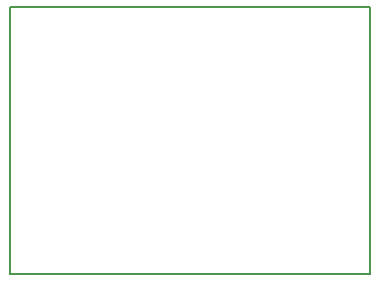
<source format=gko>
%FSAX25Y25*%
%MOIN*%
G70*
G01*
G75*
G04 Layer_Color=16711935*
%ADD10R,0.02362X0.08661*%
%ADD11R,0.03543X0.02756*%
%ADD12R,0.02756X0.03543*%
%ADD13R,0.03622X0.01575*%
%ADD14R,0.01575X0.01575*%
%ADD15R,0.05118X0.05906*%
%ADD16R,0.01575X0.01575*%
%ADD17R,0.03937X0.02756*%
%ADD18R,0.04331X0.03937*%
%ADD19R,0.03347X0.03937*%
%ADD20R,0.03347X0.03937*%
%ADD21R,0.00866X0.02756*%
%ADD22R,0.03937X0.04331*%
%ADD23R,0.03937X0.09055*%
%ADD24C,0.01000*%
%ADD25C,0.00800*%
%ADD26C,0.01200*%
%ADD27C,0.01500*%
%ADD28C,0.02400*%
%ADD29C,0.04000*%
%ADD30C,0.02000*%
%ADD31C,0.02500*%
%ADD32C,0.03543*%
%ADD33C,0.03000*%
%ADD34C,0.01400*%
%ADD35C,0.03000*%
%ADD36C,0.05500*%
%ADD37C,0.06299*%
%ADD38C,0.03937*%
%ADD39R,0.03937X0.03937*%
%ADD40R,0.03937X0.03937*%
%ADD41C,0.01500*%
%ADD42C,0.01300*%
%ADD43C,0.02000*%
%ADD44C,0.02400*%
%ADD45C,0.01400*%
%ADD46C,0.01800*%
G04:AMPARAMS|DCode=47|XSize=193.75mil|YSize=195.16mil|CornerRadius=0mil|HoleSize=0mil|Usage=FLASHONLY|Rotation=45.000|XOffset=0mil|YOffset=0mil|HoleType=Round|Shape=Rectangle|*
%AMROTATEDRECTD47*
4,1,4,0.00050,-0.13750,-0.13750,0.00050,-0.00050,0.13750,0.13750,-0.00050,0.00050,-0.13750,0.0*
%
%ADD47ROTATEDRECTD47*%

%ADD48R,0.05309X0.05255*%
%ADD49R,0.01575X0.03622*%
%ADD50R,0.03937X0.07087*%
%ADD51R,0.03622X0.02362*%
%ADD52R,0.02756X0.00866*%
%ADD53O,0.06102X0.00984*%
%ADD54O,0.00984X0.06102*%
%ADD55R,0.00984X0.06102*%
%ADD56R,0.34252X0.34252*%
%ADD57R,0.02362X0.04331*%
%ADD58R,0.03150X0.01181*%
%ADD59R,0.01181X0.03642*%
%ADD60C,0.00787*%
%ADD61C,0.00984*%
%ADD62C,0.00394*%
%ADD63C,0.00300*%
%ADD64C,0.00500*%
%ADD65C,0.00299*%
%ADD66R,0.03162X0.09461*%
%ADD67R,0.04343X0.03556*%
%ADD68R,0.03556X0.04343*%
%ADD69R,0.04422X0.02375*%
%ADD70R,0.02375X0.02375*%
%ADD71R,0.05918X0.06706*%
%ADD72R,0.02375X0.02375*%
%ADD73R,0.04737X0.03556*%
%ADD74R,0.05131X0.04737*%
%ADD75R,0.04147X0.04737*%
%ADD76R,0.04147X0.04737*%
%ADD77R,0.01666X0.03556*%
%ADD78R,0.04737X0.05131*%
%ADD79R,0.04737X0.09855*%
%ADD80C,0.03800*%
%ADD81C,0.06300*%
%ADD82C,0.07099*%
%ADD83C,0.04737*%
%ADD84R,0.04737X0.04737*%
%ADD85R,0.04737X0.04737*%
%ADD86C,0.02200*%
%ADD87R,0.02375X0.04422*%
%ADD88R,0.04737X0.07887*%
%ADD89R,0.04422X0.03162*%
%ADD90R,0.03556X0.01666*%
%ADD91O,0.06902X0.01784*%
%ADD92O,0.01784X0.06902*%
%ADD93R,0.01784X0.06902*%
%ADD94R,0.35052X0.35052*%
%ADD95R,0.03162X0.05131*%
%ADD96R,0.03950X0.01981*%
%ADD97R,0.01981X0.04442*%
%ADD98C,0.01575*%
%ADD99C,0.00200*%
D64*
X0229900Y0325100D02*
Y0414000D01*
X0349900D01*
Y0325100D02*
Y0414000D01*
X0229900Y0325100D02*
X0349900D01*
M02*

</source>
